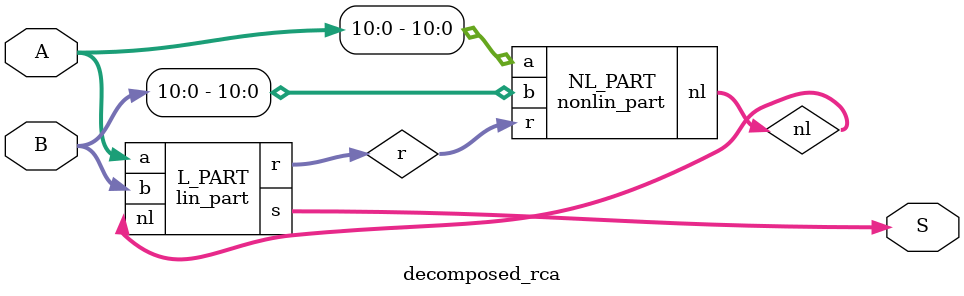
<source format=v>


module nonlin_part ( a, b, r, nl );
  input [10:0] a;
  input [10:0] b;
  input [8:0] r;
  output [30:0] nl;


  AN2D0 U1 ( .A1(r[1]), .A2(b[3]), .Z(nl[9]) );
  AN2D0 U2 ( .A1(a[3]), .A2(r[1]), .Z(nl[8]) );
  AN2D0 U3 ( .A1(a[3]), .A2(b[3]), .Z(nl[7]) );
  AN2D0 U4 ( .A1(r[0]), .A2(b[2]), .Z(nl[6]) );
  AN2D0 U5 ( .A1(a[2]), .A2(r[0]), .Z(nl[5]) );
  AN2D0 U6 ( .A1(a[2]), .A2(b[2]), .Z(nl[4]) );
  AN2D0 U7 ( .A1(b[1]), .A2(nl[0]), .Z(nl[3]) );
  AN2D0 U8 ( .A1(r[8]), .A2(b[10]), .Z(nl[30]) );
  AN2D0 U9 ( .A1(a[1]), .A2(nl[0]), .Z(nl[2]) );
  AN2D0 U10 ( .A1(a[10]), .A2(r[8]), .Z(nl[29]) );
  AN2D0 U11 ( .A1(a[10]), .A2(b[10]), .Z(nl[28]) );
  AN2D0 U12 ( .A1(r[7]), .A2(b[9]), .Z(nl[27]) );
  AN2D0 U13 ( .A1(a[9]), .A2(r[7]), .Z(nl[26]) );
  AN2D0 U14 ( .A1(a[9]), .A2(b[9]), .Z(nl[25]) );
  AN2D0 U15 ( .A1(r[6]), .A2(b[8]), .Z(nl[24]) );
  AN2D0 U16 ( .A1(a[8]), .A2(r[6]), .Z(nl[23]) );
  AN2D0 U17 ( .A1(a[8]), .A2(b[8]), .Z(nl[22]) );
  AN2D0 U18 ( .A1(r[5]), .A2(b[7]), .Z(nl[21]) );
  AN2D0 U19 ( .A1(a[7]), .A2(r[5]), .Z(nl[20]) );
  AN2D0 U20 ( .A1(a[1]), .A2(b[1]), .Z(nl[1]) );
  AN2D0 U21 ( .A1(a[7]), .A2(b[7]), .Z(nl[19]) );
  AN2D0 U22 ( .A1(r[4]), .A2(b[6]), .Z(nl[18]) );
  AN2D0 U23 ( .A1(a[6]), .A2(r[4]), .Z(nl[17]) );
  AN2D0 U24 ( .A1(a[6]), .A2(b[6]), .Z(nl[16]) );
  AN2D0 U25 ( .A1(r[3]), .A2(b[5]), .Z(nl[15]) );
  AN2D0 U26 ( .A1(a[5]), .A2(r[3]), .Z(nl[14]) );
  AN2D0 U27 ( .A1(a[5]), .A2(b[5]), .Z(nl[13]) );
  AN2D0 U28 ( .A1(r[2]), .A2(b[4]), .Z(nl[12]) );
  AN2D0 U29 ( .A1(a[4]), .A2(r[2]), .Z(nl[11]) );
  AN2D0 U30 ( .A1(a[4]), .A2(b[4]), .Z(nl[10]) );
  AN2D0 U31 ( .A1(b[0]), .A2(a[0]), .Z(nl[0]) );
endmodule


module lin_part ( a, b, nl, s, r );
  input [11:0] a;
  input [11:0] b;
  input [30:0] nl;
  output [11:0] s;
  output [8:0] r;
  wire   n1;

  XOR3D0 U1 ( .A1(b[9]), .A2(a[9]), .A3(r[7]), .Z(s[9]) );
  XOR3D0 U2 ( .A1(b[8]), .A2(a[8]), .A3(r[6]), .Z(s[8]) );
  XOR3D0 U3 ( .A1(b[7]), .A2(a[7]), .A3(r[5]), .Z(s[7]) );
  XOR3D0 U4 ( .A1(b[6]), .A2(a[6]), .A3(r[4]), .Z(s[6]) );
  XOR3D0 U5 ( .A1(b[5]), .A2(a[5]), .A3(r[3]), .Z(s[5]) );
  XOR3D0 U6 ( .A1(b[4]), .A2(a[4]), .A3(r[2]), .Z(s[4]) );
  XOR3D0 U7 ( .A1(b[3]), .A2(a[3]), .A3(r[1]), .Z(s[3]) );
  XOR3D0 U8 ( .A1(b[2]), .A2(a[2]), .A3(r[0]), .Z(s[2]) );
  XOR3D0 U9 ( .A1(nl[0]), .A2(b[1]), .A3(a[1]), .Z(s[1]) );
  XOR3D0 U10 ( .A1(b[11]), .A2(a[11]), .A3(n1), .Z(s[11]) );
  XOR3D0 U11 ( .A1(nl[30]), .A2(nl[29]), .A3(nl[28]), .Z(n1) );
  XOR3D0 U12 ( .A1(b[10]), .A2(a[10]), .A3(r[8]), .Z(s[10]) );
  XOR2D0 U13 ( .A1(b[0]), .A2(a[0]), .Z(s[0]) );
  XOR3D0 U14 ( .A1(nl[27]), .A2(nl[26]), .A3(nl[25]), .Z(r[8]) );
  XOR3D0 U15 ( .A1(nl[24]), .A2(nl[23]), .A3(nl[22]), .Z(r[7]) );
  XOR3D0 U16 ( .A1(nl[21]), .A2(nl[20]), .A3(nl[19]), .Z(r[6]) );
  XOR3D0 U17 ( .A1(nl[18]), .A2(nl[17]), .A3(nl[16]), .Z(r[5]) );
  XOR3D0 U18 ( .A1(nl[15]), .A2(nl[14]), .A3(nl[13]), .Z(r[4]) );
  XOR3D0 U19 ( .A1(nl[12]), .A2(nl[11]), .A3(nl[10]), .Z(r[3]) );
  XOR3D0 U20 ( .A1(nl[9]), .A2(nl[8]), .A3(nl[7]), .Z(r[2]) );
  XOR3D0 U21 ( .A1(nl[6]), .A2(nl[5]), .A3(nl[4]), .Z(r[1]) );
  XOR3D0 U22 ( .A1(nl[3]), .A2(nl[2]), .A3(nl[1]), .Z(r[0]) );
endmodule


module decomposed_rca ( A, B, S );
  input [11:0] A;
  input [11:0] B;
  output [11:0] S;

  wire   [8:0] r;
  wire   [30:0] nl;

  nonlin_part NL_PART ( .a(A[10:0]), .b(B[10:0]), .r(r), .nl(nl) );
  lin_part L_PART ( .a(A), .b(B), .nl(nl), .s(S), .r(r) );
endmodule


</source>
